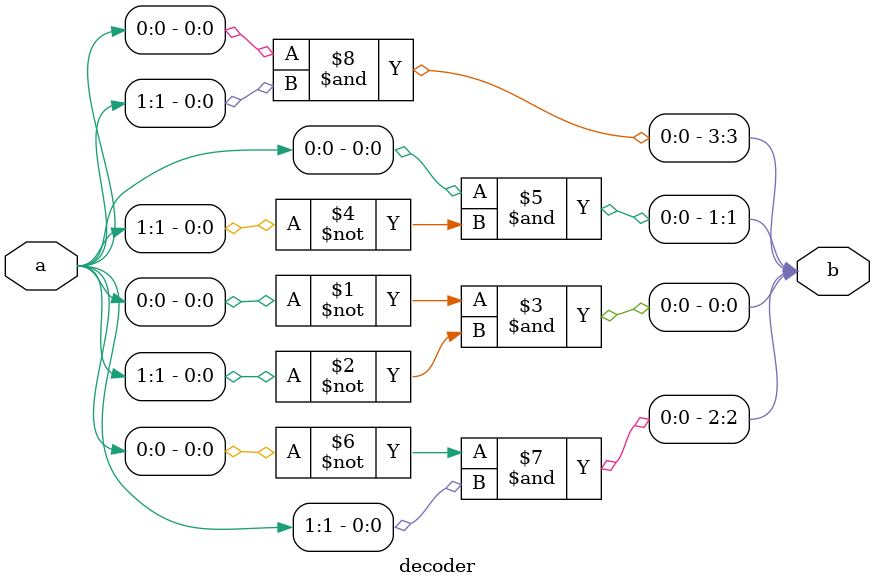
<source format=v>
`timescale 1ns / 1ps

module decoder(input [1:0] a, output [3:0] b);
    and and_1(b[0],~a[0],~a[1] );
    and and_2(b[1], a[0], ~a[1]);
    and and_3(b[2],~a[0], a[1]);
    and and_4(b[3], a[0], a[1]); 
endmodule


</source>
